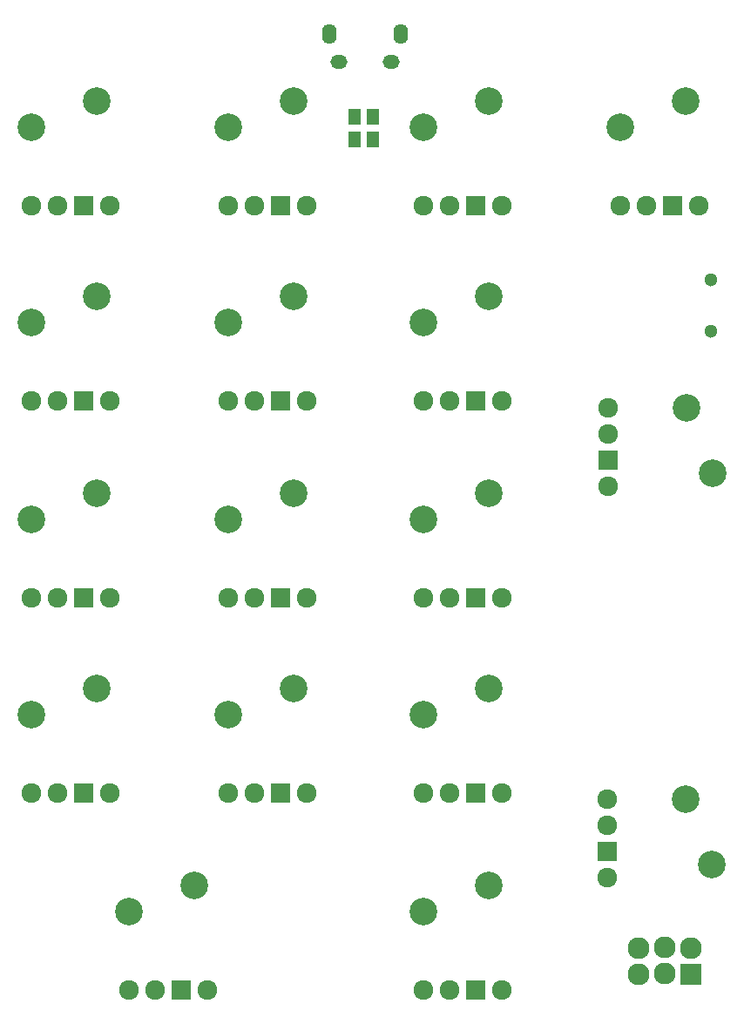
<source format=gts>
G04 #@! TF.FileFunction,Soldermask,Top*
%FSLAX46Y46*%
G04 Gerber Fmt 4.6, Leading zero omitted, Abs format (unit mm)*
G04 Created by KiCad (PCBNEW 4.0.1-stable) date 8/2/2016 8:04:58 AM*
%MOMM*%
G01*
G04 APERTURE LIST*
%ADD10C,0.100000*%
%ADD11O,1.650000X1.350000*%
%ADD12O,1.400000X1.950000*%
%ADD13R,2.127200X2.127200*%
%ADD14O,2.127200X2.127200*%
%ADD15R,1.300000X1.600000*%
%ADD16C,1.300000*%
%ADD17C,2.686000*%
%ADD18C,1.924000*%
%ADD19R,1.924000X1.924000*%
G04 APERTURE END LIST*
D10*
D11*
X144499100Y-52662540D03*
X149499100Y-52662540D03*
D12*
X143499100Y-49962540D03*
X150499100Y-49962540D03*
D13*
X178700000Y-141300000D03*
D14*
X178700000Y-138760000D03*
X176160000Y-141200000D03*
X176160000Y-138660000D03*
X173620000Y-141300000D03*
X173620000Y-138760000D03*
D15*
X146000000Y-60200000D03*
X146000000Y-58000000D03*
X147800000Y-60200000D03*
X147800000Y-58000000D03*
D16*
X180625000Y-73800000D03*
X180625000Y-78800000D03*
D17*
X120940000Y-56420000D03*
X114590000Y-58960000D03*
D18*
X114590000Y-66580000D03*
X117130000Y-66580000D03*
D19*
X119670000Y-66580000D03*
D18*
X122210000Y-66580000D03*
D17*
X120940000Y-75420000D03*
X114590000Y-77960000D03*
D18*
X114590000Y-85580000D03*
X117130000Y-85580000D03*
D19*
X119670000Y-85580000D03*
D18*
X122210000Y-85580000D03*
D17*
X120940000Y-94520000D03*
X114590000Y-97060000D03*
D18*
X114590000Y-104680000D03*
X117130000Y-104680000D03*
D19*
X119670000Y-104680000D03*
D18*
X122210000Y-104680000D03*
D17*
X120940000Y-113520000D03*
X114590000Y-116060000D03*
D18*
X114590000Y-123680000D03*
X117130000Y-123680000D03*
D19*
X119670000Y-123680000D03*
D18*
X122210000Y-123680000D03*
D17*
X130440000Y-132620000D03*
X124090000Y-135160000D03*
D18*
X124090000Y-142780000D03*
X126630000Y-142780000D03*
D19*
X129170000Y-142780000D03*
D18*
X131710000Y-142780000D03*
D17*
X140040000Y-56420000D03*
X133690000Y-58960000D03*
D18*
X133690000Y-66580000D03*
X136230000Y-66580000D03*
D19*
X138770000Y-66580000D03*
D18*
X141310000Y-66580000D03*
D17*
X140040000Y-75420000D03*
X133690000Y-77960000D03*
D18*
X133690000Y-85580000D03*
X136230000Y-85580000D03*
D19*
X138770000Y-85580000D03*
D18*
X141310000Y-85580000D03*
D17*
X140040000Y-94520000D03*
X133690000Y-97060000D03*
D18*
X133690000Y-104680000D03*
X136230000Y-104680000D03*
D19*
X138770000Y-104680000D03*
D18*
X141310000Y-104680000D03*
D17*
X140040000Y-113520000D03*
X133690000Y-116060000D03*
D18*
X133690000Y-123680000D03*
X136230000Y-123680000D03*
D19*
X138770000Y-123680000D03*
D18*
X141310000Y-123680000D03*
D17*
X159040000Y-56420000D03*
X152690000Y-58960000D03*
D18*
X152690000Y-66580000D03*
X155230000Y-66580000D03*
D19*
X157770000Y-66580000D03*
D18*
X160310000Y-66580000D03*
D17*
X159040000Y-75420000D03*
X152690000Y-77960000D03*
D18*
X152690000Y-85580000D03*
X155230000Y-85580000D03*
D19*
X157770000Y-85580000D03*
D18*
X160310000Y-85580000D03*
D17*
X159040000Y-94520000D03*
X152690000Y-97060000D03*
D18*
X152690000Y-104680000D03*
X155230000Y-104680000D03*
D19*
X157770000Y-104680000D03*
D18*
X160310000Y-104680000D03*
D17*
X159040000Y-113520000D03*
X152690000Y-116060000D03*
D18*
X152690000Y-123680000D03*
X155230000Y-123680000D03*
D19*
X157770000Y-123680000D03*
D18*
X160310000Y-123680000D03*
D17*
X159040000Y-132620000D03*
X152690000Y-135160000D03*
D18*
X152690000Y-142780000D03*
X155230000Y-142780000D03*
D19*
X157770000Y-142780000D03*
D18*
X160310000Y-142780000D03*
D17*
X178140000Y-56420000D03*
X171790000Y-58960000D03*
D18*
X171790000Y-66580000D03*
X174330000Y-66580000D03*
D19*
X176870000Y-66580000D03*
D18*
X179410000Y-66580000D03*
D17*
X180780000Y-92640000D03*
X178240000Y-86290000D03*
D18*
X170620000Y-86290000D03*
X170620000Y-88830000D03*
D19*
X170620000Y-91370000D03*
D18*
X170620000Y-93910000D03*
D17*
X180680000Y-130640000D03*
X178140000Y-124290000D03*
D18*
X170520000Y-124290000D03*
X170520000Y-126830000D03*
D19*
X170520000Y-129370000D03*
D18*
X170520000Y-131910000D03*
M02*

</source>
